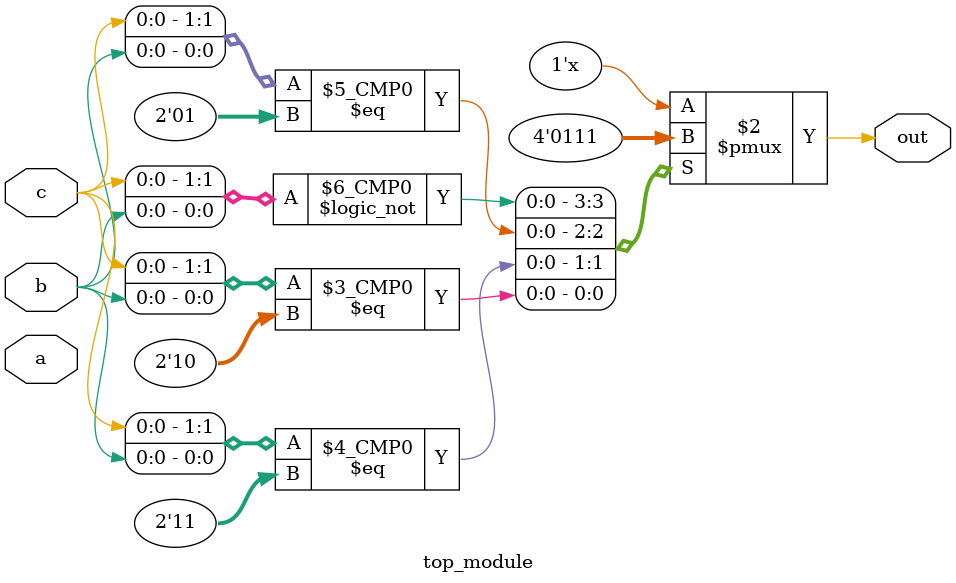
<source format=sv>
module top_module(
  input a,
  input b,
  input c,
  output out
);
  
  always @(*) begin
    case({c, b})
      2'b00: out = 1'b0;
      2'b01: out = 1'b1;
      2'b11: out = 1'b1;
      2'b10: out = 1'b1;
      default: out = 1'bx;
    endcase
  end
endmodule

</source>
